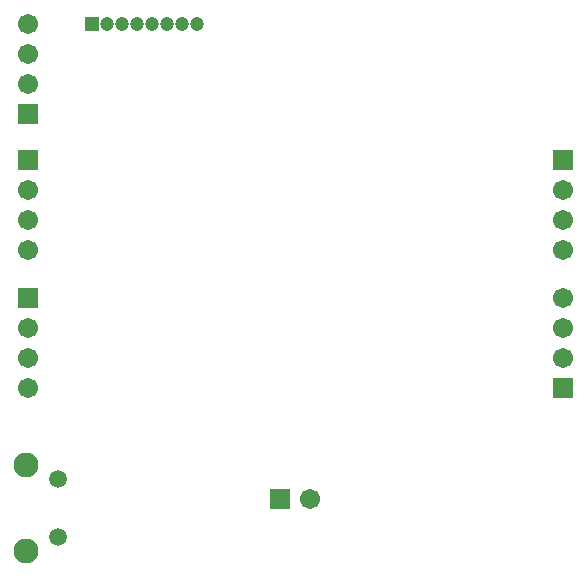
<source format=gbs>
G04*
G04 #@! TF.GenerationSoftware,Altium Limited,Altium Designer,22.8.2 (66)*
G04*
G04 Layer_Color=16711935*
%FSLAX25Y25*%
%MOIN*%
G70*
G04*
G04 #@! TF.SameCoordinates,4F58F9C0-C404-4AA8-A12D-09E9B3034F0A*
G04*
G04*
G04 #@! TF.FilePolarity,Negative*
G04*
G01*
G75*
%ADD49C,0.06706*%
%ADD50R,0.06706X0.06706*%
%ADD51C,0.04737*%
%ADD52R,0.04737X0.04737*%
%ADD53C,0.08280*%
%ADD54C,0.05918*%
%ADD55R,0.06706X0.06706*%
D49*
X294500Y397500D02*
D03*
Y387500D02*
D03*
Y377500D02*
D03*
Y276000D02*
D03*
Y286000D02*
D03*
Y296000D02*
D03*
X473000Y322000D02*
D03*
Y332000D02*
D03*
Y342000D02*
D03*
X294500Y322000D02*
D03*
Y332000D02*
D03*
Y342000D02*
D03*
X473000Y306000D02*
D03*
Y296000D02*
D03*
Y286000D02*
D03*
X388500Y239000D02*
D03*
D50*
X294500Y367500D02*
D03*
Y306000D02*
D03*
X473000Y352000D02*
D03*
X294500D02*
D03*
X473000Y276000D02*
D03*
D51*
X351000Y397500D02*
D03*
X346000D02*
D03*
X341000D02*
D03*
X336000D02*
D03*
X331000D02*
D03*
X326000D02*
D03*
X321000D02*
D03*
D52*
X316000D02*
D03*
D53*
X294000Y221728D02*
D03*
Y250272D02*
D03*
D54*
X304551Y226453D02*
D03*
Y245547D02*
D03*
D55*
X378500Y239000D02*
D03*
M02*

</source>
